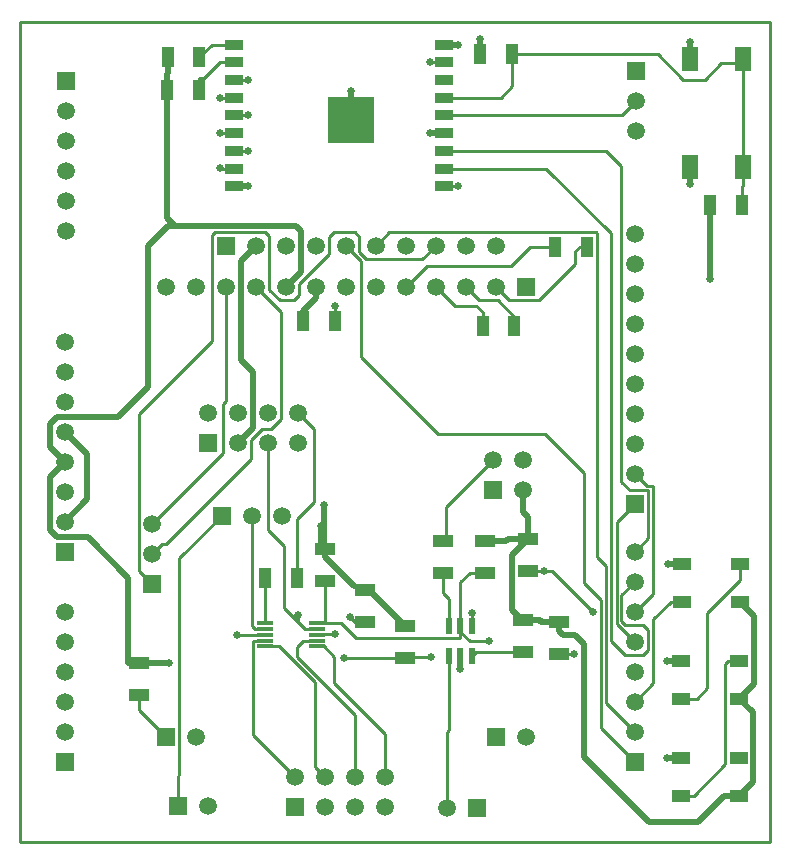
<source format=gtl>
G04 Layer_Physical_Order=1*
G04 Layer_Color=255*
%FSLAX25Y25*%
%MOIN*%
G70*
G01*
G75*
%ADD10R,0.04331X0.06693*%
%ADD11R,0.06693X0.04331*%
%ADD12R,0.05905X0.03937*%
%ADD13R,0.05433X0.08268*%
%ADD14R,0.05847X0.03543*%
%ADD15R,0.15748X0.15748*%
%ADD16R,0.02200X0.05200*%
%ADD17R,0.05709X0.01181*%
%ADD18R,0.05787X0.01181*%
%ADD19C,0.02000*%
%ADD20C,0.01000*%
%ADD21R,0.05905X0.05905*%
%ADD22C,0.05905*%
%ADD23R,0.05905X0.05905*%
%ADD24C,0.02500*%
D10*
X163915Y262500D02*
D03*
X153285D02*
D03*
X49185Y261500D02*
D03*
X59815D02*
D03*
X59615Y250700D02*
D03*
X48985D02*
D03*
X81785Y87900D02*
D03*
X92415D02*
D03*
X154185Y171900D02*
D03*
X164815D02*
D03*
X189115Y198400D02*
D03*
X178485D02*
D03*
X94270Y173600D02*
D03*
X104900D02*
D03*
X229985Y212400D02*
D03*
X240615D02*
D03*
D11*
X155100Y89785D02*
D03*
Y100415D02*
D03*
X101500Y87085D02*
D03*
Y97715D02*
D03*
X115000Y84015D02*
D03*
Y73385D02*
D03*
X179600Y62785D02*
D03*
Y73415D02*
D03*
X39600Y59630D02*
D03*
Y49000D02*
D03*
X141000Y100315D02*
D03*
Y89685D02*
D03*
X128400Y61185D02*
D03*
Y71815D02*
D03*
X169400Y90285D02*
D03*
Y100915D02*
D03*
X167500Y73915D02*
D03*
Y63285D02*
D03*
D12*
X220454Y60399D02*
D03*
Y47801D02*
D03*
X239746D02*
D03*
Y60399D02*
D03*
X220454Y27999D02*
D03*
Y15401D02*
D03*
X239746D02*
D03*
Y27999D02*
D03*
X220554Y92599D02*
D03*
Y80001D02*
D03*
X239846D02*
D03*
Y92599D02*
D03*
D13*
X223481Y260913D02*
D03*
X241119D02*
D03*
X223481Y225087D02*
D03*
X241119D02*
D03*
D14*
X71290Y265791D02*
D03*
Y259886D02*
D03*
Y253980D02*
D03*
Y248075D02*
D03*
Y242169D02*
D03*
Y236264D02*
D03*
Y230358D02*
D03*
Y224453D02*
D03*
Y218547D02*
D03*
X141310D02*
D03*
Y224453D02*
D03*
Y230358D02*
D03*
Y236264D02*
D03*
Y242169D02*
D03*
Y248075D02*
D03*
Y253980D02*
D03*
Y259886D02*
D03*
Y265791D02*
D03*
D15*
X110237Y240594D02*
D03*
D16*
X143100Y61900D02*
D03*
X146800D02*
D03*
X150500D02*
D03*
Y72100D02*
D03*
X146800D02*
D03*
X143100D02*
D03*
D17*
X81539Y73037D02*
D03*
D18*
Y71069D02*
D03*
Y69100D02*
D03*
Y67132D02*
D03*
Y65163D02*
D03*
X98861D02*
D03*
Y67132D02*
D03*
Y69100D02*
D03*
Y71069D02*
D03*
Y73037D02*
D03*
D19*
X223481Y260913D02*
Y266797D01*
Y219203D02*
Y225087D01*
X153285Y262500D02*
Y267597D01*
X141310Y265791D02*
X145983D01*
X136636Y236264D02*
X141310D01*
X110237Y240594D02*
Y250219D01*
X71290Y218547D02*
X75964D01*
X215852Y92599D02*
X220554D01*
X215752Y60399D02*
X220454D01*
X215752Y27999D02*
X220454D01*
X146800Y57550D02*
Y61900D01*
X155100Y100415D02*
X162000D01*
X162500Y100915D01*
X169400D01*
Y108300D01*
X167800Y109900D02*
X169400Y108300D01*
X167800Y109900D02*
Y117400D01*
X167500Y73915D02*
X173300D01*
X173800Y73415D01*
X179600D01*
X48985Y250700D02*
Y256000D01*
X49185Y256200D01*
Y261500D01*
X94270Y173600D02*
Y177100D01*
X98600Y181430D01*
Y185100D01*
X39600Y59630D02*
X49700D01*
X14900Y106700D02*
X22453Y114253D01*
Y129147D01*
X14900Y136700D02*
X22453Y129147D01*
X239746Y47801D02*
X244700Y52755D01*
Y75146D01*
X239846Y80001D02*
X244700Y75146D01*
X234800Y15401D02*
X239746D01*
X225899Y6500D02*
X234800Y15401D01*
X209700Y6500D02*
X225899D01*
X188000Y28200D02*
X209700Y6500D01*
X188000Y28200D02*
Y66100D01*
X185000Y69100D02*
X188000Y66100D01*
X180900Y69100D02*
X185000D01*
X179600Y70400D02*
X180900Y69100D01*
X179600Y70400D02*
Y73415D01*
X101470Y97715D02*
X101500D01*
X88600Y185100D02*
X93553Y190053D01*
Y203753D01*
X91953Y205353D02*
X93553Y203753D01*
X51732Y205353D02*
X91953D01*
X48985Y208100D02*
X51732Y205353D01*
X48985Y208100D02*
Y250700D01*
X42600Y198500D02*
X49453Y205353D01*
X42600Y151700D02*
Y198500D01*
X32600Y141700D02*
X42600Y151700D01*
X12300Y141700D02*
X32600D01*
X9900Y139300D02*
X12300Y141700D01*
X9900Y131700D02*
Y139300D01*
Y131700D02*
X14900Y126700D01*
X164000Y77415D02*
X167500Y73915D01*
X164000Y77415D02*
Y95515D01*
X169400Y100915D01*
X111200Y85300D02*
X115000Y84015D01*
X101500Y95000D02*
X111200Y85300D01*
X101500Y95000D02*
Y97715D01*
X73600Y193800D02*
X78600Y198800D01*
X73600Y160600D02*
Y193800D01*
Y160600D02*
X77600Y156600D01*
Y138100D02*
Y156600D01*
X72600Y133100D02*
X77600Y138100D01*
X239746Y15401D02*
X244300Y19955D01*
Y43246D01*
X239746Y47801D02*
X244300Y43246D01*
X229985Y187653D02*
Y212400D01*
X36100Y59630D02*
X39600D01*
X22500Y101700D02*
X36100Y88100D01*
X12300Y101700D02*
X22500D01*
X9900Y104100D02*
X12300Y101700D01*
X9900Y104100D02*
Y121700D01*
X14900Y126700D01*
X100300Y97715D02*
X101470D01*
X36100Y59630D02*
Y88100D01*
X49453Y205353D02*
X51732D01*
X115000Y84015D02*
X116200D01*
X128400Y71815D01*
X100300Y97715D02*
Y105400D01*
X101470Y97715D02*
Y112370D01*
D20*
X81539Y73037D02*
Y80300D01*
X81785Y80546D01*
Y87900D01*
X240615Y212400D02*
Y218400D01*
X241119Y218904D01*
Y225087D01*
X77400Y72100D02*
Y108800D01*
Y72100D02*
X78431Y71069D01*
X81539D01*
X98861Y73037D02*
X101500D01*
X94900Y71069D02*
X98861D01*
X87900Y78068D02*
Y98600D01*
X82600Y103900D02*
X87900Y98600D01*
X82600Y103900D02*
Y133100D01*
X220454Y47801D02*
X225501D01*
X229000Y51300D01*
Y76300D01*
X239900Y87200D01*
X239846Y92599D02*
X239900D01*
X236100Y60399D02*
X239746D01*
X235043Y59342D02*
X236100Y60399D01*
X235043Y25844D02*
Y59342D01*
X224600Y15401D02*
X235043Y25844D01*
X220454Y15401D02*
X224600D01*
X146800Y72100D02*
Y86500D01*
X150085Y89785D01*
X155100D01*
X142000Y111600D02*
X157800Y127400D01*
X141000Y100315D02*
X142000D01*
X169400Y90285D02*
X174485D01*
X174500Y90300D01*
X150500Y72100D02*
Y76450D01*
X143100Y72100D02*
Y80900D01*
X141000Y83000D02*
X143100Y80900D01*
X141000Y83000D02*
Y89685D01*
X111515Y73385D02*
X115000D01*
X109900Y75000D02*
X111515Y73385D01*
X59615Y250700D02*
Y254515D01*
X61215D02*
X66586Y259886D01*
X71290D01*
X158600Y185100D02*
X163100Y180600D01*
X173100D01*
X185100Y192600D01*
Y197000D01*
X186500Y198400D01*
X189115D01*
X128600Y185100D02*
X135500Y192000D01*
X163600D01*
X170000Y198400D01*
X178485D01*
X152100Y178700D02*
X154185Y176615D01*
X145000Y178700D02*
X152100D01*
X138600Y185100D02*
X145000Y178700D01*
X148600Y185100D02*
X153100Y180600D01*
X159200D01*
X164815Y174985D01*
Y171900D02*
Y174985D01*
X53100Y94500D02*
X67400Y108800D01*
X53100Y22200D02*
Y94500D01*
X52800Y21900D02*
X53100Y22200D01*
X52800Y12000D02*
Y21900D01*
X177315Y90285D02*
X190900Y76700D01*
X118600Y198800D02*
X123100Y203300D01*
X192000D01*
X192400Y202900D01*
Y95000D02*
Y202900D01*
Y95000D02*
X195300Y92100D01*
Y46300D02*
Y92100D01*
Y46300D02*
X204900Y36700D01*
X141310Y248075D02*
X160175D01*
X163915Y251815D01*
Y262500D01*
X66600Y224500D02*
X66647Y224453D01*
X71290D01*
X104900Y173600D02*
Y178700D01*
X66600Y248100D02*
X66625Y248075D01*
X71290D01*
X136614Y259886D02*
X141310D01*
X136600Y259900D02*
X136614Y259886D01*
X77500Y35800D02*
X91600Y21700D01*
X77500Y35800D02*
Y67132D01*
X81539D01*
Y65163D02*
X86300D01*
X98300Y53163D01*
Y25000D02*
Y53163D01*
Y25000D02*
X101600Y21700D01*
X98861Y65163D02*
X101200D01*
X121600Y21700D02*
Y36100D01*
X111600Y21700D02*
Y42400D01*
X71290Y242169D02*
X76000D01*
X75958Y230358D02*
X76000Y230400D01*
X71290Y230358D02*
X75958D01*
X75980Y253980D02*
X76000Y254000D01*
X71290Y253980D02*
X75980D01*
X66600Y236264D02*
X71290D01*
X134100Y194300D02*
X138600Y198800D01*
X115400Y194300D02*
X134100D01*
X113100Y196600D02*
X115400Y194300D01*
X113100Y196600D02*
Y201700D01*
X111500Y203300D02*
X113100Y201700D01*
X104700Y203300D02*
X111500D01*
X103100Y201700D02*
X104700Y203300D01*
X103100Y195900D02*
Y201700D01*
X93100Y185900D02*
X103100Y195900D01*
X93100Y182400D02*
Y185900D01*
X91300Y180600D02*
X93100Y182400D01*
X86500Y180600D02*
X91300D01*
X83100Y184000D02*
X86500Y180600D01*
X83100Y184000D02*
Y201853D01*
X81700Y203253D02*
X83100Y201853D01*
X64900Y203253D02*
X81700D01*
X64100Y202453D02*
X64900Y203253D01*
X64100Y167100D02*
Y202453D01*
X39500Y142500D02*
X64100Y167100D01*
X39500Y90400D02*
Y142500D01*
Y90400D02*
X44000Y85900D01*
X198847Y106647D02*
X204900Y112700D01*
X198847Y72753D02*
Y106647D01*
Y72753D02*
X204900Y66700D01*
X141310Y218547D02*
X146000D01*
X200569Y242169D02*
X205300Y246900D01*
X141310Y242169D02*
X200569D01*
X142400Y11400D02*
Y36700D01*
X143100Y37400D01*
Y61900D01*
X59815Y261500D02*
X64106Y265791D01*
X71290D01*
X150500Y61900D02*
X151885Y63285D01*
X163915Y262500D02*
X212500D01*
X220900Y254100D01*
X228300D01*
X233700Y259500D01*
X241119D02*
Y260913D01*
X193700Y37900D02*
X204900Y26700D01*
X193700Y37900D02*
Y80600D01*
X187900Y86400D02*
X193700Y80600D01*
X187900Y86400D02*
Y122900D01*
X174900Y135900D02*
X187900Y122900D01*
X139400Y135900D02*
X174900D01*
X113700Y161600D02*
X139400Y135900D01*
X113700Y161600D02*
Y193700D01*
X108600Y198800D02*
X113700Y193700D01*
X216900Y80001D02*
X220554D01*
X211100Y74201D02*
X216900Y80001D01*
X211100Y52900D02*
Y74201D01*
X204900Y46700D02*
X211100Y52900D01*
X112100Y68000D02*
X146600D01*
X107063Y73037D02*
X112100Y68000D01*
X108000Y61185D02*
X126400D01*
X204900Y122700D02*
X208847Y118753D01*
X210953D01*
Y82753D02*
Y118753D01*
X204900Y76700D02*
X210953Y82753D01*
X141310Y224453D02*
X175447D01*
X196951Y202949D01*
Y66949D02*
Y202949D01*
Y66949D02*
X201700Y62200D01*
X207500D01*
X209400Y64100D01*
Y70500D01*
X207653Y72247D02*
X209400Y70500D01*
X201700Y72247D02*
X207653D01*
X200447Y73500D02*
X201700Y72247D01*
X200447Y73500D02*
Y82247D01*
X204900Y86700D01*
Y96700D02*
X209353Y101153D01*
Y117153D01*
X203300D02*
X209353D01*
X200400Y120053D02*
X203300Y117153D01*
X200400Y120053D02*
Y225258D01*
X195300Y230358D02*
X200400Y225258D01*
X141310Y230358D02*
X195300D01*
X184685Y62785D02*
X184700Y62800D01*
X179600Y62785D02*
X184685D01*
X92600Y143100D02*
X97900Y137800D01*
Y113200D02*
Y137800D01*
X92415Y107715D02*
X97900Y113200D01*
X92415Y87900D02*
Y107715D01*
X78600Y185100D02*
X87100Y176600D01*
Y140900D02*
Y176600D01*
X83753Y137553D02*
X87100Y140900D01*
X80756Y137553D02*
X83753D01*
X77100Y133897D02*
X80756Y137553D01*
X77100Y127500D02*
Y133897D01*
X48800Y99200D02*
X77100Y127500D01*
X47300Y99200D02*
X48800D01*
X44000Y95900D02*
X47300Y99200D01*
X39600Y44100D02*
X48600Y35100D01*
X39600Y44100D02*
Y49000D01*
X44000Y105900D02*
X67600Y129500D01*
Y146000D01*
X68600Y147000D01*
Y185100D01*
X59615Y254515D02*
X61215D01*
X239900Y87200D02*
Y92599D01*
X241119Y225087D02*
Y259500D01*
X233700D02*
X241119D01*
X142000Y100315D02*
Y111600D01*
X101500Y73037D02*
X107063D01*
X154185Y171900D02*
Y176615D01*
X104581Y53118D02*
X121600Y36100D01*
X104581Y53118D02*
Y61782D01*
X101200Y65163D02*
X104581Y61782D01*
X92800Y73168D02*
Y75800D01*
X87900Y78068D02*
X92800Y73168D01*
X94900Y71069D01*
X92300Y61700D02*
X111600Y42400D01*
X94332Y67132D02*
X98861D01*
X92300Y65100D02*
X94332Y67132D01*
X92300Y61700D02*
Y65100D01*
X72200Y69100D02*
X81539D01*
X126400Y61185D02*
X126815Y61600D01*
X98861Y69100D02*
X99139Y69378D01*
X105100D01*
X146700Y72000D02*
X146800Y72100D01*
X146600Y68000D02*
X146700Y70050D01*
X146800Y72100D01*
X146700Y70050D02*
Y72000D01*
X126815Y61600D02*
X137000D01*
X174485Y90285D02*
X177315D01*
X151885Y63285D02*
X167500D01*
X146700Y70050D02*
X149850Y66900D01*
X156300D01*
X101500Y73037D02*
Y87085D01*
X100Y100D02*
Y273200D01*
Y100D02*
X200Y0D01*
X250000D01*
X100Y273200D02*
X250000D01*
Y0D02*
Y273200D01*
D21*
X44000Y85900D02*
D03*
X14900Y26700D02*
D03*
X204900D02*
D03*
Y112700D02*
D03*
X14900Y96700D02*
D03*
X15200Y253500D02*
D03*
X205300Y256900D02*
D03*
D22*
X44000Y95900D02*
D03*
Y105900D02*
D03*
X14900Y36700D02*
D03*
Y46700D02*
D03*
Y56700D02*
D03*
Y66700D02*
D03*
Y76700D02*
D03*
X204900Y36700D02*
D03*
Y46700D02*
D03*
Y56700D02*
D03*
Y66700D02*
D03*
Y76700D02*
D03*
Y86700D02*
D03*
Y96700D02*
D03*
Y132700D02*
D03*
Y202700D02*
D03*
Y192700D02*
D03*
Y182700D02*
D03*
Y172700D02*
D03*
Y162700D02*
D03*
Y152700D02*
D03*
Y142700D02*
D03*
Y122700D02*
D03*
X14900Y106700D02*
D03*
Y116700D02*
D03*
Y126700D02*
D03*
Y136700D02*
D03*
Y146700D02*
D03*
Y156700D02*
D03*
Y166700D02*
D03*
X15200Y243500D02*
D03*
Y233500D02*
D03*
Y223500D02*
D03*
Y213500D02*
D03*
Y203500D02*
D03*
X167800Y127400D02*
D03*
Y117400D02*
D03*
X157800Y127400D02*
D03*
X205300Y246900D02*
D03*
Y236900D02*
D03*
X168600Y35100D02*
D03*
X58600D02*
D03*
X121600Y21700D02*
D03*
Y11700D02*
D03*
X111600Y21700D02*
D03*
Y11700D02*
D03*
X101600Y21700D02*
D03*
Y11700D02*
D03*
X91600Y21700D02*
D03*
X142400Y11400D02*
D03*
X62800Y12000D02*
D03*
X77400Y108800D02*
D03*
X87400D02*
D03*
X92600Y143100D02*
D03*
Y133100D02*
D03*
X82600Y143100D02*
D03*
Y133100D02*
D03*
X72600Y143100D02*
D03*
Y133100D02*
D03*
X62600Y143100D02*
D03*
X88600Y198800D02*
D03*
X158600D02*
D03*
X148600D02*
D03*
X138600D02*
D03*
X128600D02*
D03*
X118600D02*
D03*
X108600D02*
D03*
X98600D02*
D03*
X78600D02*
D03*
X158600Y185100D02*
D03*
X148600D02*
D03*
X138600D02*
D03*
X128600D02*
D03*
X118600D02*
D03*
X108600D02*
D03*
X98600D02*
D03*
X88600D02*
D03*
X78600D02*
D03*
X68600D02*
D03*
X58600D02*
D03*
X48600D02*
D03*
D23*
X157800Y117400D02*
D03*
X158600Y35100D02*
D03*
X48600D02*
D03*
X91600Y11700D02*
D03*
X152400Y11400D02*
D03*
X52800Y12000D02*
D03*
X67400Y108800D02*
D03*
X62600Y133100D02*
D03*
X68600Y198800D02*
D03*
X168600Y185100D02*
D03*
D24*
X223481Y266797D02*
D03*
Y219203D02*
D03*
X153285Y267597D02*
D03*
X145983Y265791D02*
D03*
X136636Y236264D02*
D03*
X110237Y250219D02*
D03*
X75964Y218547D02*
D03*
X215852Y92599D02*
D03*
X215752Y60399D02*
D03*
Y27999D02*
D03*
X146800Y57550D02*
D03*
X49700Y59630D02*
D03*
X174500Y90300D02*
D03*
X150500Y76450D02*
D03*
X109900Y75000D02*
D03*
X100300Y105400D02*
D03*
X101470Y112370D02*
D03*
X190900Y76700D02*
D03*
X66600Y224500D02*
D03*
X104900Y178700D02*
D03*
X66600Y248100D02*
D03*
X136600Y259900D02*
D03*
X76000Y242169D02*
D03*
Y230400D02*
D03*
Y254000D02*
D03*
X66600Y236264D02*
D03*
X146000Y218547D02*
D03*
X108000Y61185D02*
D03*
X184700Y62800D02*
D03*
X229985Y187653D02*
D03*
X92800Y75800D02*
D03*
X72200Y69100D02*
D03*
X137000Y61600D02*
D03*
X105100Y69378D02*
D03*
X156300Y66900D02*
D03*
M02*

</source>
